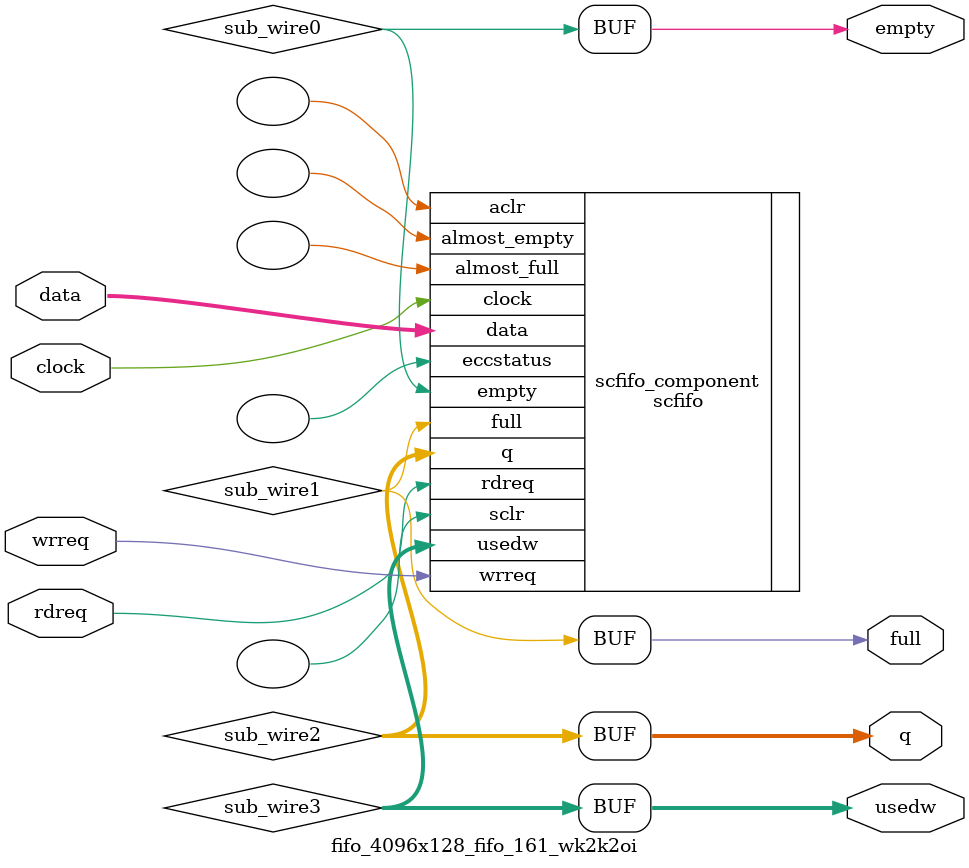
<source format=v>



`timescale 1 ps / 1 ps
// synopsys translate_on
module  fifo_4096x128_fifo_161_wk2k2oi  (
    clock,
    data,
    rdreq,
    wrreq,
    empty,
    full,
    q,
    usedw);

    input    clock;
    input  [127:0]  data;
    input    rdreq;
    input    wrreq;
    output   empty;
    output   full;
    output [127:0]  q;
    output [13:0]  usedw;

    wire  sub_wire0;
    wire  sub_wire1;
    wire [127:0] sub_wire2;
    wire [13:0] sub_wire3;
    wire  empty = sub_wire0;
    wire  full = sub_wire1;
    wire [127:0] q = sub_wire2[127:0];
    wire [13:0] usedw = sub_wire3[13:0];

    scfifo  scfifo_component (
                .clock (clock),
                .data (data),
                .rdreq (rdreq),
                .wrreq (wrreq),
                .empty (sub_wire0),
                .full (sub_wire1),
                .q (sub_wire2),
                .usedw (sub_wire3),
                .aclr (),
                .almost_empty (),
                .almost_full (),
                .eccstatus (),
                .sclr ());
    defparam
        scfifo_component.add_ram_output_register  = "OFF",
        scfifo_component.enable_ecc  = "FALSE",
        scfifo_component.intended_device_family  = "Arria 10",
        scfifo_component.lpm_numwords  = 16384,
        scfifo_component.lpm_showahead  = "OFF",
        scfifo_component.lpm_type  = "scfifo",
        scfifo_component.lpm_width  = 128,
        scfifo_component.lpm_widthu  = 14,
        scfifo_component.overflow_checking  = "ON",
        scfifo_component.underflow_checking  = "ON",
        scfifo_component.use_eab  = "ON";


endmodule



</source>
